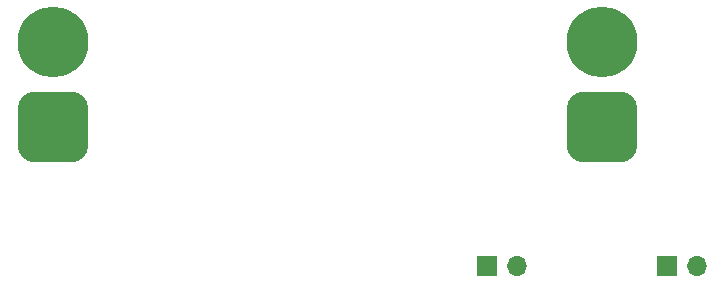
<source format=gbl>
%TF.GenerationSoftware,KiCad,Pcbnew,7.0.2*%
%TF.CreationDate,2023-09-06T16:15:59-07:00*%
%TF.ProjectId,Current Sense Standalone,43757272-656e-4742-9053-656e73652053,rev?*%
%TF.SameCoordinates,Original*%
%TF.FileFunction,Copper,L2,Bot*%
%TF.FilePolarity,Positive*%
%FSLAX46Y46*%
G04 Gerber Fmt 4.6, Leading zero omitted, Abs format (unit mm)*
G04 Created by KiCad (PCBNEW 7.0.2) date 2023-09-06 16:15:59*
%MOMM*%
%LPD*%
G01*
G04 APERTURE LIST*
G04 Aperture macros list*
%AMRoundRect*
0 Rectangle with rounded corners*
0 $1 Rounding radius*
0 $2 $3 $4 $5 $6 $7 $8 $9 X,Y pos of 4 corners*
0 Add a 4 corners polygon primitive as box body*
4,1,4,$2,$3,$4,$5,$6,$7,$8,$9,$2,$3,0*
0 Add four circle primitives for the rounded corners*
1,1,$1+$1,$2,$3*
1,1,$1+$1,$4,$5*
1,1,$1+$1,$6,$7*
1,1,$1+$1,$8,$9*
0 Add four rect primitives between the rounded corners*
20,1,$1+$1,$2,$3,$4,$5,0*
20,1,$1+$1,$4,$5,$6,$7,0*
20,1,$1+$1,$6,$7,$8,$9,0*
20,1,$1+$1,$8,$9,$2,$3,0*%
G04 Aperture macros list end*
%TA.AperFunction,ComponentPad*%
%ADD10RoundRect,1.500000X1.500000X-1.500000X1.500000X1.500000X-1.500000X1.500000X-1.500000X-1.500000X0*%
%TD*%
%TA.AperFunction,ComponentPad*%
%ADD11C,6.000000*%
%TD*%
%TA.AperFunction,ComponentPad*%
%ADD12R,1.700000X1.700000*%
%TD*%
%TA.AperFunction,ComponentPad*%
%ADD13O,1.700000X1.700000*%
%TD*%
G04 APERTURE END LIST*
D10*
X154558994Y-97461689D03*
D11*
X154558994Y-90261689D03*
D12*
X160020000Y-109220000D03*
D13*
X162560000Y-109220000D03*
D10*
X108024461Y-97415276D03*
D11*
X108024461Y-90215276D03*
D12*
X144780000Y-109220000D03*
D13*
X147320000Y-109220000D03*
M02*

</source>
